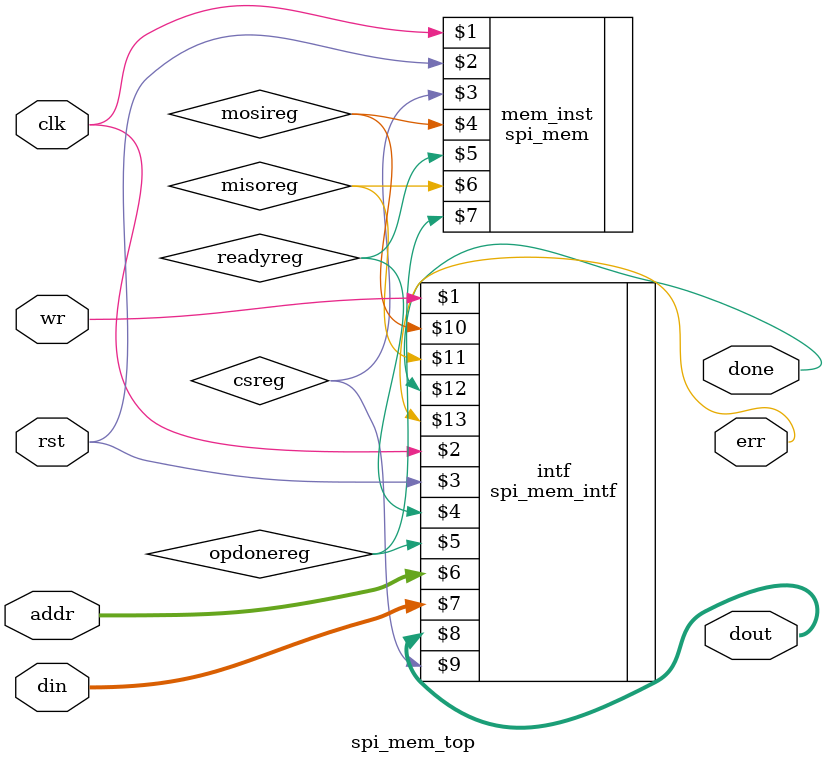
<source format=sv>
 
 module spi_mem_top(
     input wr,clk,rst,
     input [7:0] addr, din,
     output [7:0] dout,
     output done, err
     );
  
  wire csreg, mosireg, misoreg, readyreg, opdonereg;
 
  spi_mem_intf intf (wr, clk, rst, readyreg, opdonereg, addr, din, dout, csreg, mosireg, misoreg, done, err);
  spi_mem  mem_inst (clk, rst, csreg, mosireg, readyreg, misoreg, opdonereg);
 
 endmodule
 
</source>
